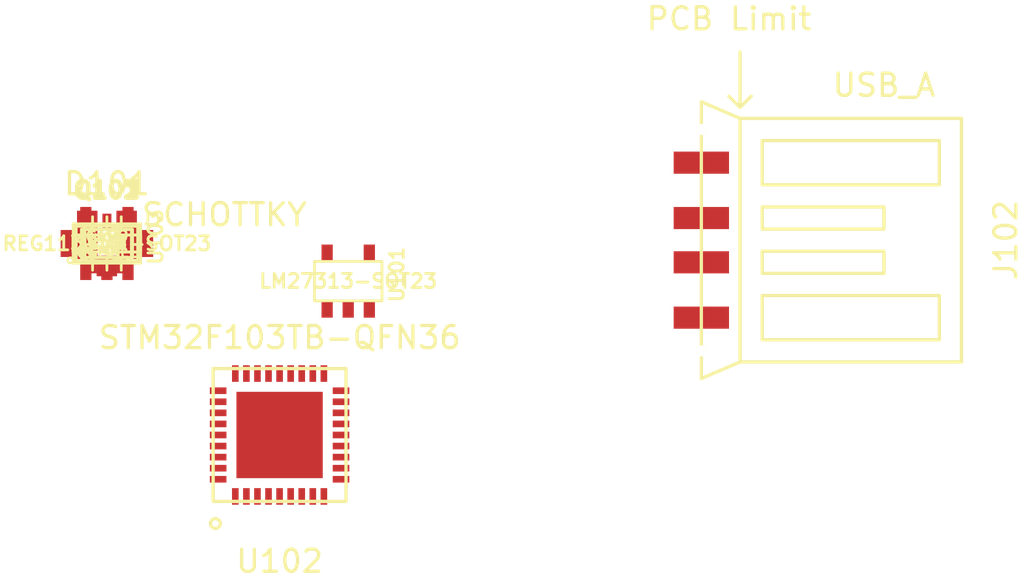
<source format=kicad_pcb>
(kicad_pcb (version 3) (host pcbnew "(2013-07-07 BZR 4022)-stable")

  (general
    (links 59)
    (no_connects 39)
    (area 0 0 0 0)
    (thickness 1.6)
    (drawings 0)
    (tracks 0)
    (zones 0)
    (modules 28)
    (nets 21)
  )

  (page A3)
  (layers
    (15 Dessus.Cu signal)
    (0 Dessous.Cu signal)
    (16 Dessous.Adhes user)
    (17 Dessus.Adhes user)
    (18 Dessous.Pate user)
    (19 Dessus.Pate user)
    (20 Dessous.SilkS user)
    (21 Dessus.SilkS user)
    (22 Dessous.Masque user)
    (23 Dessus.Masque user)
    (24 Dessin.User user)
    (25 Cmts.User user)
    (26 Eco1.User user)
    (27 Eco2.User user)
    (28 Contours.Ci user)
  )

  (setup
    (last_trace_width 0.254)
    (trace_clearance 0.254)
    (zone_clearance 0.508)
    (zone_45_only no)
    (trace_min 0.254)
    (segment_width 0.2)
    (edge_width 0.1)
    (via_size 0.889)
    (via_drill 0.635)
    (via_min_size 0.889)
    (via_min_drill 0.508)
    (uvia_size 0.508)
    (uvia_drill 0.127)
    (uvias_allowed no)
    (uvia_min_size 0.508)
    (uvia_min_drill 0.127)
    (pcb_text_width 0.3)
    (pcb_text_size 1.5 1.5)
    (mod_edge_width 0.15)
    (mod_text_size 1 1)
    (mod_text_width 0.15)
    (pad_size 0.5 0.5)
    (pad_drill 0.5)
    (pad_to_mask_clearance 0)
    (aux_axis_origin 0 0)
    (visible_elements 7FFFFFFF)
    (pcbplotparams
      (layerselection 3178497)
      (usegerberextensions true)
      (excludeedgelayer true)
      (linewidth 0.150000)
      (plotframeref false)
      (viasonmask false)
      (mode 1)
      (useauxorigin false)
      (hpglpennumber 1)
      (hpglpenspeed 20)
      (hpglpendiameter 15)
      (hpglpenoverlay 2)
      (psnegative false)
      (psa4output false)
      (plotreference true)
      (plotvalue true)
      (plotothertext true)
      (plotinvisibletext false)
      (padsonsilk false)
      (subtractmaskfromsilk false)
      (outputformat 1)
      (mirror false)
      (drillshape 1)
      (scaleselection 1)
      (outputdirectory ""))
  )

  (net 0 "")
  (net 1 +3.3V)
  (net 2 +5V)
  (net 3 /DM)
  (net 4 /DP)
  (net 5 /RNG_OUT)
  (net 6 /TCK)
  (net 7 /TDI)
  (net 8 /TDO)
  (net 9 /TMS)
  (net 10 GND)
  (net 11 N-0000010)
  (net 12 N-0000015)
  (net 13 N-0000018)
  (net 14 N-0000019)
  (net 15 N-000004)
  (net 16 N-0000040)
  (net 17 N-0000041)
  (net 18 N-0000042)
  (net 19 N-0000043)
  (net 20 N-0000045)

  (net_class Default "Ceci est la Netclass par défaut"
    (clearance 0.254)
    (trace_width 0.254)
    (via_dia 0.889)
    (via_drill 0.635)
    (uvia_dia 0.508)
    (uvia_drill 0.127)
    (add_net "")
    (add_net +3.3V)
    (add_net +5V)
    (add_net /DM)
    (add_net /DP)
    (add_net /RNG_OUT)
    (add_net /TCK)
    (add_net /TDI)
    (add_net /TDO)
    (add_net /TMS)
    (add_net GND)
    (add_net N-0000010)
    (add_net N-0000015)
    (add_net N-0000018)
    (add_net N-0000019)
    (add_net N-000004)
    (add_net N-0000040)
    (add_net N-0000041)
    (add_net N-0000042)
    (add_net N-0000043)
    (add_net N-0000045)
  )

  (module SOT23EBC (layer Dessus.Cu) (tedit 3F980186) (tstamp 54D6A0F3)
    (at 0 0)
    (descr "Module CMS SOT23 Transistore EBC")
    (tags "CMS SOT")
    (path /54D2444C)
    (attr smd)
    (fp_text reference Q101 (at 0 -2.413) (layer Dessus.SilkS)
      (effects (font (size 0.762 0.762) (thickness 0.2032)))
    )
    (fp_text value NPN (at 0 0) (layer Dessus.SilkS) hide
      (effects (font (size 0.762 0.762) (thickness 0.2032)))
    )
    (fp_line (start -1.524 -0.381) (end 1.524 -0.381) (layer Dessus.SilkS) (width 0.127))
    (fp_line (start 1.524 -0.381) (end 1.524 0.381) (layer Dessus.SilkS) (width 0.127))
    (fp_line (start 1.524 0.381) (end -1.524 0.381) (layer Dessus.SilkS) (width 0.127))
    (fp_line (start -1.524 0.381) (end -1.524 -0.381) (layer Dessus.SilkS) (width 0.127))
    (pad 1 smd rect (at -0.889 -1.016) (size 0.9144 0.9144)
      (layers Dessus.Cu Dessus.Pate Dessus.Masque)
      (net 16 N-0000040)
    )
    (pad 2 smd rect (at 0.889 -1.016) (size 0.9144 0.9144)
      (layers Dessus.Cu Dessus.Pate Dessus.Masque)
      (net 20 N-0000045)
    )
    (pad 3 smd rect (at 0 1.016) (size 0.9144 0.9144)
      (layers Dessus.Cu Dessus.Pate Dessus.Masque)
    )
    (model smd/cms_sot23.wrl
      (at (xyz 0 0 0))
      (scale (xyz 0.13 0.15 0.15))
      (rotate (xyz 0 0 0))
    )
  )

  (module SOT23EBC (layer Dessus.Cu) (tedit 3F980186) (tstamp 54D6A0FE)
    (at 0 0)
    (descr "Module CMS SOT23 Transistore EBC")
    (tags "CMS SOT")
    (path /54D2447C)
    (attr smd)
    (fp_text reference Q102 (at 0 -2.413) (layer Dessus.SilkS)
      (effects (font (size 0.762 0.762) (thickness 0.2032)))
    )
    (fp_text value NPN (at 0 0) (layer Dessus.SilkS) hide
      (effects (font (size 0.762 0.762) (thickness 0.2032)))
    )
    (fp_line (start -1.524 -0.381) (end 1.524 -0.381) (layer Dessus.SilkS) (width 0.127))
    (fp_line (start 1.524 -0.381) (end 1.524 0.381) (layer Dessus.SilkS) (width 0.127))
    (fp_line (start 1.524 0.381) (end -1.524 0.381) (layer Dessus.SilkS) (width 0.127))
    (fp_line (start -1.524 0.381) (end -1.524 -0.381) (layer Dessus.SilkS) (width 0.127))
    (pad 1 smd rect (at -0.889 -1.016) (size 0.9144 0.9144)
      (layers Dessus.Cu Dessus.Pate Dessus.Masque)
      (net 10 GND)
    )
    (pad 2 smd rect (at 0.889 -1.016) (size 0.9144 0.9144)
      (layers Dessus.Cu Dessus.Pate Dessus.Masque)
      (net 20 N-0000045)
    )
    (pad 3 smd rect (at 0 1.016) (size 0.9144 0.9144)
      (layers Dessus.Cu Dessus.Pate Dessus.Masque)
      (net 16 N-0000040)
    )
    (model smd/cms_sot23.wrl
      (at (xyz 0 0 0))
      (scale (xyz 0.13 0.15 0.15))
      (rotate (xyz 0 0 0))
    )
  )

  (module SOT23EBC (layer Dessus.Cu) (tedit 3F980186) (tstamp 54D6A109)
    (at 0 0)
    (descr "Module CMS SOT23 Transistore EBC")
    (tags "CMS SOT")
    (path /54D24706)
    (attr smd)
    (fp_text reference Q103 (at 0 -2.413) (layer Dessus.SilkS)
      (effects (font (size 0.762 0.762) (thickness 0.2032)))
    )
    (fp_text value NPN (at 0 0) (layer Dessus.SilkS) hide
      (effects (font (size 0.762 0.762) (thickness 0.2032)))
    )
    (fp_line (start -1.524 -0.381) (end 1.524 -0.381) (layer Dessus.SilkS) (width 0.127))
    (fp_line (start 1.524 -0.381) (end 1.524 0.381) (layer Dessus.SilkS) (width 0.127))
    (fp_line (start 1.524 0.381) (end -1.524 0.381) (layer Dessus.SilkS) (width 0.127))
    (fp_line (start -1.524 0.381) (end -1.524 -0.381) (layer Dessus.SilkS) (width 0.127))
    (pad 1 smd rect (at -0.889 -1.016) (size 0.9144 0.9144)
      (layers Dessus.Cu Dessus.Pate Dessus.Masque)
      (net 10 GND)
    )
    (pad 2 smd rect (at 0.889 -1.016) (size 0.9144 0.9144)
      (layers Dessus.Cu Dessus.Pate Dessus.Masque)
      (net 17 N-0000041)
    )
    (pad 3 smd rect (at 0 1.016) (size 0.9144 0.9144)
      (layers Dessus.Cu Dessus.Pate Dessus.Masque)
      (net 5 /RNG_OUT)
    )
    (model smd/cms_sot23.wrl
      (at (xyz 0 0 0))
      (scale (xyz 0.13 0.15 0.15))
      (rotate (xyz 0 0 0))
    )
  )

  (module SOT23-5 (layer Dessus.Cu) (tedit 4ECF78EF) (tstamp 54D6A116)
    (at 10.9 1.7)
    (path /54D1DE3F)
    (attr smd)
    (fp_text reference U101 (at 2.19964 -0.29972 90) (layer Dessus.SilkS)
      (effects (font (size 0.635 0.635) (thickness 0.127)))
    )
    (fp_text value LM27313-SOT23 (at 0 0) (layer Dessus.SilkS)
      (effects (font (size 0.635 0.635) (thickness 0.127)))
    )
    (fp_line (start 1.524 -0.889) (end 1.524 0.889) (layer Dessus.SilkS) (width 0.127))
    (fp_line (start 1.524 0.889) (end -1.524 0.889) (layer Dessus.SilkS) (width 0.127))
    (fp_line (start -1.524 0.889) (end -1.524 -0.889) (layer Dessus.SilkS) (width 0.127))
    (fp_line (start -1.524 -0.889) (end 1.524 -0.889) (layer Dessus.SilkS) (width 0.127))
    (pad 1 smd rect (at -0.9525 1.27) (size 0.508 0.762)
      (layers Dessus.Cu Dessus.Pate Dessus.Masque)
      (net 19 N-0000043)
    )
    (pad 3 smd rect (at 0.9525 1.27) (size 0.508 0.762)
      (layers Dessus.Cu Dessus.Pate Dessus.Masque)
      (net 18 N-0000042)
    )
    (pad 5 smd rect (at -0.9525 -1.27) (size 0.508 0.762)
      (layers Dessus.Cu Dessus.Pate Dessus.Masque)
      (net 2 +5V)
    )
    (pad 2 smd rect (at 0 1.27) (size 0.508 0.762)
      (layers Dessus.Cu Dessus.Pate Dessus.Masque)
      (net 10 GND)
    )
    (pad 4 smd rect (at 0.9525 -1.27) (size 0.508 0.762)
      (layers Dessus.Cu Dessus.Pate Dessus.Masque)
      (net 13 N-0000018)
    )
    (model smd/SOT23_5.wrl
      (at (xyz 0 0 0))
      (scale (xyz 0.1 0.1 0.1))
      (rotate (xyz 0 0 0))
    )
  )

  (module SOT23-5 (layer Dessus.Cu) (tedit 4ECF78EF) (tstamp 54D6A123)
    (at 0 0)
    (path /54D1DFBE)
    (attr smd)
    (fp_text reference U103 (at 2.19964 -0.29972 90) (layer Dessus.SilkS)
      (effects (font (size 0.635 0.635) (thickness 0.127)))
    )
    (fp_text value REG113-XX-SOT23 (at 0 0) (layer Dessus.SilkS)
      (effects (font (size 0.635 0.635) (thickness 0.127)))
    )
    (fp_line (start 1.524 -0.889) (end 1.524 0.889) (layer Dessus.SilkS) (width 0.127))
    (fp_line (start 1.524 0.889) (end -1.524 0.889) (layer Dessus.SilkS) (width 0.127))
    (fp_line (start -1.524 0.889) (end -1.524 -0.889) (layer Dessus.SilkS) (width 0.127))
    (fp_line (start -1.524 -0.889) (end 1.524 -0.889) (layer Dessus.SilkS) (width 0.127))
    (pad 1 smd rect (at -0.9525 1.27) (size 0.508 0.762)
      (layers Dessus.Cu Dessus.Pate Dessus.Masque)
      (net 2 +5V)
    )
    (pad 3 smd rect (at 0.9525 1.27) (size 0.508 0.762)
      (layers Dessus.Cu Dessus.Pate Dessus.Masque)
      (net 2 +5V)
    )
    (pad 5 smd rect (at -0.9525 -1.27) (size 0.508 0.762)
      (layers Dessus.Cu Dessus.Pate Dessus.Masque)
      (net 1 +3.3V)
    )
    (pad 2 smd rect (at 0 1.27) (size 0.508 0.762)
      (layers Dessus.Cu Dessus.Pate Dessus.Masque)
      (net 10 GND)
    )
    (pad 4 smd rect (at 0.9525 -1.27) (size 0.508 0.762)
      (layers Dessus.Cu Dessus.Pate Dessus.Masque)
      (net 12 N-0000015)
    )
    (model smd/SOT23_5.wrl
      (at (xyz 0 0 0))
      (scale (xyz 0.1 0.1 0.1))
      (rotate (xyz 0 0 0))
    )
  )

  (module SM0805 (layer Dessus.Cu) (tedit 5091495C) (tstamp 54D6A130)
    (at 0 0)
    (path /54D69F0C)
    (attr smd)
    (fp_text reference C109 (at 0 -0.3175) (layer Dessus.SilkS)
      (effects (font (size 0.50038 0.50038) (thickness 0.10922)))
    )
    (fp_text value CSMALL (at 0 0.381) (layer Dessus.SilkS)
      (effects (font (size 0.50038 0.50038) (thickness 0.10922)))
    )
    (fp_circle (center -1.651 0.762) (end -1.651 0.635) (layer Dessus.SilkS) (width 0.09906))
    (fp_line (start -0.508 0.762) (end -1.524 0.762) (layer Dessus.SilkS) (width 0.09906))
    (fp_line (start -1.524 0.762) (end -1.524 -0.762) (layer Dessus.SilkS) (width 0.09906))
    (fp_line (start -1.524 -0.762) (end -0.508 -0.762) (layer Dessus.SilkS) (width 0.09906))
    (fp_line (start 0.508 -0.762) (end 1.524 -0.762) (layer Dessus.SilkS) (width 0.09906))
    (fp_line (start 1.524 -0.762) (end 1.524 0.762) (layer Dessus.SilkS) (width 0.09906))
    (fp_line (start 1.524 0.762) (end 0.508 0.762) (layer Dessus.SilkS) (width 0.09906))
    (pad 1 smd rect (at -0.9525 0) (size 0.889 1.397)
      (layers Dessus.Cu Dessus.Pate Dessus.Masque)
      (net 10 GND)
    )
    (pad 2 smd rect (at 0.9525 0) (size 0.889 1.397)
      (layers Dessus.Cu Dessus.Pate Dessus.Masque)
      (net 2 +5V)
    )
    (model smd/chip_cms.wrl
      (at (xyz 0 0 0))
      (scale (xyz 0.1 0.1 0.1))
      (rotate (xyz 0 0 0))
    )
  )

  (module SM0603 (layer Dessus.Cu) (tedit 4E43A3D1) (tstamp 54D6A13A)
    (at 0 0)
    (path /54D24690)
    (attr smd)
    (fp_text reference C105 (at 0 0) (layer Dessus.SilkS)
      (effects (font (size 0.508 0.4572) (thickness 0.1143)))
    )
    (fp_text value CSMALL (at 0 0) (layer Dessus.SilkS) hide
      (effects (font (size 0.508 0.4572) (thickness 0.1143)))
    )
    (fp_line (start -1.143 -0.635) (end 1.143 -0.635) (layer Dessus.SilkS) (width 0.127))
    (fp_line (start 1.143 -0.635) (end 1.143 0.635) (layer Dessus.SilkS) (width 0.127))
    (fp_line (start 1.143 0.635) (end -1.143 0.635) (layer Dessus.SilkS) (width 0.127))
    (fp_line (start -1.143 0.635) (end -1.143 -0.635) (layer Dessus.SilkS) (width 0.127))
    (pad 1 smd rect (at -0.762 0) (size 0.635 1.143)
      (layers Dessus.Cu Dessus.Pate Dessus.Masque)
      (net 16 N-0000040)
    )
    (pad 2 smd rect (at 0.762 0) (size 0.635 1.143)
      (layers Dessus.Cu Dessus.Pate Dessus.Masque)
      (net 17 N-0000041)
    )
    (model smd\resistors\R0603.wrl
      (at (xyz 0 0 0.001))
      (scale (xyz 0.5 0.5 0.5))
      (rotate (xyz 0 0 0))
    )
  )

  (module SM0603 (layer Dessus.Cu) (tedit 4E43A3D1) (tstamp 54D6A144)
    (at 0 0)
    (path /54D6892F)
    (attr smd)
    (fp_text reference C108 (at 0 0) (layer Dessus.SilkS)
      (effects (font (size 0.508 0.4572) (thickness 0.1143)))
    )
    (fp_text value 0.1u (at 0 0) (layer Dessus.SilkS) hide
      (effects (font (size 0.508 0.4572) (thickness 0.1143)))
    )
    (fp_line (start -1.143 -0.635) (end 1.143 -0.635) (layer Dessus.SilkS) (width 0.127))
    (fp_line (start 1.143 -0.635) (end 1.143 0.635) (layer Dessus.SilkS) (width 0.127))
    (fp_line (start 1.143 0.635) (end -1.143 0.635) (layer Dessus.SilkS) (width 0.127))
    (fp_line (start -1.143 0.635) (end -1.143 -0.635) (layer Dessus.SilkS) (width 0.127))
    (pad 1 smd rect (at -0.762 0) (size 0.635 1.143)
      (layers Dessus.Cu Dessus.Pate Dessus.Masque)
      (net 1 +3.3V)
    )
    (pad 2 smd rect (at 0.762 0) (size 0.635 1.143)
      (layers Dessus.Cu Dessus.Pate Dessus.Masque)
      (net 10 GND)
    )
    (model smd\resistors\R0603.wrl
      (at (xyz 0 0 0.001))
      (scale (xyz 0.5 0.5 0.5))
      (rotate (xyz 0 0 0))
    )
  )

  (module SM0603 (layer Dessus.Cu) (tedit 4E43A3D1) (tstamp 54D6A14E)
    (at 0 0)
    (path /54D68920)
    (attr smd)
    (fp_text reference C107 (at 0 0) (layer Dessus.SilkS)
      (effects (font (size 0.508 0.4572) (thickness 0.1143)))
    )
    (fp_text value 0.01u (at 0 0) (layer Dessus.SilkS) hide
      (effects (font (size 0.508 0.4572) (thickness 0.1143)))
    )
    (fp_line (start -1.143 -0.635) (end 1.143 -0.635) (layer Dessus.SilkS) (width 0.127))
    (fp_line (start 1.143 -0.635) (end 1.143 0.635) (layer Dessus.SilkS) (width 0.127))
    (fp_line (start 1.143 0.635) (end -1.143 0.635) (layer Dessus.SilkS) (width 0.127))
    (fp_line (start -1.143 0.635) (end -1.143 -0.635) (layer Dessus.SilkS) (width 0.127))
    (pad 1 smd rect (at -0.762 0) (size 0.635 1.143)
      (layers Dessus.Cu Dessus.Pate Dessus.Masque)
      (net 12 N-0000015)
    )
    (pad 2 smd rect (at 0.762 0) (size 0.635 1.143)
      (layers Dessus.Cu Dessus.Pate Dessus.Masque)
      (net 10 GND)
    )
    (model smd\resistors\R0603.wrl
      (at (xyz 0 0 0.001))
      (scale (xyz 0.5 0.5 0.5))
      (rotate (xyz 0 0 0))
    )
  )

  (module SM0603 (layer Dessus.Cu) (tedit 4E43A3D1) (tstamp 54D6A158)
    (at 0 0)
    (path /54D6876E)
    (attr smd)
    (fp_text reference C106 (at 0 0) (layer Dessus.SilkS)
      (effects (font (size 0.508 0.4572) (thickness 0.1143)))
    )
    (fp_text value 0.1u (at 0 0) (layer Dessus.SilkS) hide
      (effects (font (size 0.508 0.4572) (thickness 0.1143)))
    )
    (fp_line (start -1.143 -0.635) (end 1.143 -0.635) (layer Dessus.SilkS) (width 0.127))
    (fp_line (start 1.143 -0.635) (end 1.143 0.635) (layer Dessus.SilkS) (width 0.127))
    (fp_line (start 1.143 0.635) (end -1.143 0.635) (layer Dessus.SilkS) (width 0.127))
    (fp_line (start -1.143 0.635) (end -1.143 -0.635) (layer Dessus.SilkS) (width 0.127))
    (pad 1 smd rect (at -0.762 0) (size 0.635 1.143)
      (layers Dessus.Cu Dessus.Pate Dessus.Masque)
      (net 2 +5V)
    )
    (pad 2 smd rect (at 0.762 0) (size 0.635 1.143)
      (layers Dessus.Cu Dessus.Pate Dessus.Masque)
      (net 10 GND)
    )
    (model smd\resistors\R0603.wrl
      (at (xyz 0 0 0.001))
      (scale (xyz 0.5 0.5 0.5))
      (rotate (xyz 0 0 0))
    )
  )

  (module SM0603 (layer Dessus.Cu) (tedit 4E43A3D1) (tstamp 54D6A162)
    (at 0 0)
    (path /54D681AF)
    (attr smd)
    (fp_text reference R108 (at 0 0) (layer Dessus.SilkS)
      (effects (font (size 0.508 0.4572) (thickness 0.1143)))
    )
    (fp_text value RES_0603 (at 0 0) (layer Dessus.SilkS) hide
      (effects (font (size 0.508 0.4572) (thickness 0.1143)))
    )
    (fp_line (start -1.143 -0.635) (end 1.143 -0.635) (layer Dessus.SilkS) (width 0.127))
    (fp_line (start 1.143 -0.635) (end 1.143 0.635) (layer Dessus.SilkS) (width 0.127))
    (fp_line (start 1.143 0.635) (end -1.143 0.635) (layer Dessus.SilkS) (width 0.127))
    (fp_line (start -1.143 0.635) (end -1.143 -0.635) (layer Dessus.SilkS) (width 0.127))
    (pad 1 smd rect (at -0.762 0) (size 0.635 1.143)
      (layers Dessus.Cu Dessus.Pate Dessus.Masque)
    )
    (pad 2 smd rect (at 0.762 0) (size 0.635 1.143)
      (layers Dessus.Cu Dessus.Pate Dessus.Masque)
      (net 4 /DP)
    )
    (model smd\resistors\R0603.wrl
      (at (xyz 0 0 0.001))
      (scale (xyz 0.5 0.5 0.5))
      (rotate (xyz 0 0 0))
    )
  )

  (module SM0603 (layer Dessus.Cu) (tedit 4E43A3D1) (tstamp 54D6A16C)
    (at 0 0)
    (path /54D68031)
    (attr smd)
    (fp_text reference R110 (at 0 0) (layer Dessus.SilkS)
      (effects (font (size 0.508 0.4572) (thickness 0.1143)))
    )
    (fp_text value RES_0603 (at 0 0) (layer Dessus.SilkS) hide
      (effects (font (size 0.508 0.4572) (thickness 0.1143)))
    )
    (fp_line (start -1.143 -0.635) (end 1.143 -0.635) (layer Dessus.SilkS) (width 0.127))
    (fp_line (start 1.143 -0.635) (end 1.143 0.635) (layer Dessus.SilkS) (width 0.127))
    (fp_line (start 1.143 0.635) (end -1.143 0.635) (layer Dessus.SilkS) (width 0.127))
    (fp_line (start -1.143 0.635) (end -1.143 -0.635) (layer Dessus.SilkS) (width 0.127))
    (pad 1 smd rect (at -0.762 0) (size 0.635 1.143)
      (layers Dessus.Cu Dessus.Pate Dessus.Masque)
      (net 4 /DP)
    )
    (pad 2 smd rect (at 0.762 0) (size 0.635 1.143)
      (layers Dessus.Cu Dessus.Pate Dessus.Masque)
      (net 15 N-000004)
    )
    (model smd\resistors\R0603.wrl
      (at (xyz 0 0 0.001))
      (scale (xyz 0.5 0.5 0.5))
      (rotate (xyz 0 0 0))
    )
  )

  (module SM0603 (layer Dessus.Cu) (tedit 4E43A3D1) (tstamp 54D6A176)
    (at 0 0)
    (path /54D67F35)
    (attr smd)
    (fp_text reference R109 (at 0 0) (layer Dessus.SilkS)
      (effects (font (size 0.508 0.4572) (thickness 0.1143)))
    )
    (fp_text value RES_0603 (at 0 0) (layer Dessus.SilkS) hide
      (effects (font (size 0.508 0.4572) (thickness 0.1143)))
    )
    (fp_line (start -1.143 -0.635) (end 1.143 -0.635) (layer Dessus.SilkS) (width 0.127))
    (fp_line (start 1.143 -0.635) (end 1.143 0.635) (layer Dessus.SilkS) (width 0.127))
    (fp_line (start 1.143 0.635) (end -1.143 0.635) (layer Dessus.SilkS) (width 0.127))
    (fp_line (start -1.143 0.635) (end -1.143 -0.635) (layer Dessus.SilkS) (width 0.127))
    (pad 1 smd rect (at -0.762 0) (size 0.635 1.143)
      (layers Dessus.Cu Dessus.Pate Dessus.Masque)
      (net 3 /DM)
    )
    (pad 2 smd rect (at 0.762 0) (size 0.635 1.143)
      (layers Dessus.Cu Dessus.Pate Dessus.Masque)
      (net 11 N-0000010)
    )
    (model smd\resistors\R0603.wrl
      (at (xyz 0 0 0.001))
      (scale (xyz 0.5 0.5 0.5))
      (rotate (xyz 0 0 0))
    )
  )

  (module SM0603 (layer Dessus.Cu) (tedit 4E43A3D1) (tstamp 54D6A180)
    (at 0 0)
    (path /54D2485B)
    (attr smd)
    (fp_text reference R107 (at 0 0) (layer Dessus.SilkS)
      (effects (font (size 0.508 0.4572) (thickness 0.1143)))
    )
    (fp_text value RES_0603 (at 0 0) (layer Dessus.SilkS) hide
      (effects (font (size 0.508 0.4572) (thickness 0.1143)))
    )
    (fp_line (start -1.143 -0.635) (end 1.143 -0.635) (layer Dessus.SilkS) (width 0.127))
    (fp_line (start 1.143 -0.635) (end 1.143 0.635) (layer Dessus.SilkS) (width 0.127))
    (fp_line (start 1.143 0.635) (end -1.143 0.635) (layer Dessus.SilkS) (width 0.127))
    (fp_line (start -1.143 0.635) (end -1.143 -0.635) (layer Dessus.SilkS) (width 0.127))
    (pad 1 smd rect (at -0.762 0) (size 0.635 1.143)
      (layers Dessus.Cu Dessus.Pate Dessus.Masque)
      (net 5 /RNG_OUT)
    )
    (pad 2 smd rect (at 0.762 0) (size 0.635 1.143)
      (layers Dessus.Cu Dessus.Pate Dessus.Masque)
      (net 14 N-0000019)
    )
    (model smd\resistors\R0603.wrl
      (at (xyz 0 0 0.001))
      (scale (xyz 0.5 0.5 0.5))
      (rotate (xyz 0 0 0))
    )
  )

  (module SM0603 (layer Dessus.Cu) (tedit 4E43A3D1) (tstamp 54D6A18A)
    (at 0 0)
    (path /54D246E8)
    (attr smd)
    (fp_text reference R106 (at 0 0) (layer Dessus.SilkS)
      (effects (font (size 0.508 0.4572) (thickness 0.1143)))
    )
    (fp_text value RES_0603 (at 0 0) (layer Dessus.SilkS) hide
      (effects (font (size 0.508 0.4572) (thickness 0.1143)))
    )
    (fp_line (start -1.143 -0.635) (end 1.143 -0.635) (layer Dessus.SilkS) (width 0.127))
    (fp_line (start 1.143 -0.635) (end 1.143 0.635) (layer Dessus.SilkS) (width 0.127))
    (fp_line (start 1.143 0.635) (end -1.143 0.635) (layer Dessus.SilkS) (width 0.127))
    (fp_line (start -1.143 0.635) (end -1.143 -0.635) (layer Dessus.SilkS) (width 0.127))
    (pad 1 smd rect (at -0.762 0) (size 0.635 1.143)
      (layers Dessus.Cu Dessus.Pate Dessus.Masque)
      (net 10 GND)
    )
    (pad 2 smd rect (at 0.762 0) (size 0.635 1.143)
      (layers Dessus.Cu Dessus.Pate Dessus.Masque)
      (net 17 N-0000041)
    )
    (model smd\resistors\R0603.wrl
      (at (xyz 0 0 0.001))
      (scale (xyz 0.5 0.5 0.5))
      (rotate (xyz 0 0 0))
    )
  )

  (module SM0603 (layer Dessus.Cu) (tedit 4E43A3D1) (tstamp 54D6A194)
    (at 0 0)
    (path /54D246CD)
    (attr smd)
    (fp_text reference R105 (at 0 0) (layer Dessus.SilkS)
      (effects (font (size 0.508 0.4572) (thickness 0.1143)))
    )
    (fp_text value RES_0603 (at 0 0) (layer Dessus.SilkS) hide
      (effects (font (size 0.508 0.4572) (thickness 0.1143)))
    )
    (fp_line (start -1.143 -0.635) (end 1.143 -0.635) (layer Dessus.SilkS) (width 0.127))
    (fp_line (start 1.143 -0.635) (end 1.143 0.635) (layer Dessus.SilkS) (width 0.127))
    (fp_line (start 1.143 0.635) (end -1.143 0.635) (layer Dessus.SilkS) (width 0.127))
    (fp_line (start -1.143 0.635) (end -1.143 -0.635) (layer Dessus.SilkS) (width 0.127))
    (pad 1 smd rect (at -0.762 0) (size 0.635 1.143)
      (layers Dessus.Cu Dessus.Pate Dessus.Masque)
      (net 17 N-0000041)
    )
    (pad 2 smd rect (at 0.762 0) (size 0.635 1.143)
      (layers Dessus.Cu Dessus.Pate Dessus.Masque)
      (net 14 N-0000019)
    )
    (model smd\resistors\R0603.wrl
      (at (xyz 0 0 0.001))
      (scale (xyz 0.5 0.5 0.5))
      (rotate (xyz 0 0 0))
    )
  )

  (module SM0603 (layer Dessus.Cu) (tedit 4E43A3D1) (tstamp 54D6A19E)
    (at 0 0)
    (path /54D2456D)
    (attr smd)
    (fp_text reference C104 (at 0 0) (layer Dessus.SilkS)
      (effects (font (size 0.508 0.4572) (thickness 0.1143)))
    )
    (fp_text value 1u (at 0 0) (layer Dessus.SilkS) hide
      (effects (font (size 0.508 0.4572) (thickness 0.1143)))
    )
    (fp_line (start -1.143 -0.635) (end 1.143 -0.635) (layer Dessus.SilkS) (width 0.127))
    (fp_line (start 1.143 -0.635) (end 1.143 0.635) (layer Dessus.SilkS) (width 0.127))
    (fp_line (start 1.143 0.635) (end -1.143 0.635) (layer Dessus.SilkS) (width 0.127))
    (fp_line (start -1.143 0.635) (end -1.143 -0.635) (layer Dessus.SilkS) (width 0.127))
    (pad 1 smd rect (at -0.762 0) (size 0.635 1.143)
      (layers Dessus.Cu Dessus.Pate Dessus.Masque)
      (net 14 N-0000019)
    )
    (pad 2 smd rect (at 0.762 0) (size 0.635 1.143)
      (layers Dessus.Cu Dessus.Pate Dessus.Masque)
      (net 10 GND)
    )
    (model smd\resistors\R0603.wrl
      (at (xyz 0 0 0.001))
      (scale (xyz 0.5 0.5 0.5))
      (rotate (xyz 0 0 0))
    )
  )

  (module SM0603 (layer Dessus.Cu) (tedit 4E43A3D1) (tstamp 54D6A1A8)
    (at 0 0)
    (path /54D244CF)
    (attr smd)
    (fp_text reference R104 (at 0 0) (layer Dessus.SilkS)
      (effects (font (size 0.508 0.4572) (thickness 0.1143)))
    )
    (fp_text value RES_0603 (at 0 0) (layer Dessus.SilkS) hide
      (effects (font (size 0.508 0.4572) (thickness 0.1143)))
    )
    (fp_line (start -1.143 -0.635) (end 1.143 -0.635) (layer Dessus.SilkS) (width 0.127))
    (fp_line (start 1.143 -0.635) (end 1.143 0.635) (layer Dessus.SilkS) (width 0.127))
    (fp_line (start 1.143 0.635) (end -1.143 0.635) (layer Dessus.SilkS) (width 0.127))
    (fp_line (start -1.143 0.635) (end -1.143 -0.635) (layer Dessus.SilkS) (width 0.127))
    (pad 1 smd rect (at -0.762 0) (size 0.635 1.143)
      (layers Dessus.Cu Dessus.Pate Dessus.Masque)
      (net 16 N-0000040)
    )
    (pad 2 smd rect (at 0.762 0) (size 0.635 1.143)
      (layers Dessus.Cu Dessus.Pate Dessus.Masque)
      (net 14 N-0000019)
    )
    (model smd\resistors\R0603.wrl
      (at (xyz 0 0 0.001))
      (scale (xyz 0.5 0.5 0.5))
      (rotate (xyz 0 0 0))
    )
  )

  (module SM0603 (layer Dessus.Cu) (tedit 4E43A3D1) (tstamp 54D6A1B2)
    (at 0 0)
    (path /54D22894)
    (attr smd)
    (fp_text reference C103 (at 0 0) (layer Dessus.SilkS)
      (effects (font (size 0.508 0.4572) (thickness 0.1143)))
    )
    (fp_text value CSMALL (at 0 0) (layer Dessus.SilkS) hide
      (effects (font (size 0.508 0.4572) (thickness 0.1143)))
    )
    (fp_line (start -1.143 -0.635) (end 1.143 -0.635) (layer Dessus.SilkS) (width 0.127))
    (fp_line (start 1.143 -0.635) (end 1.143 0.635) (layer Dessus.SilkS) (width 0.127))
    (fp_line (start 1.143 0.635) (end -1.143 0.635) (layer Dessus.SilkS) (width 0.127))
    (fp_line (start -1.143 0.635) (end -1.143 -0.635) (layer Dessus.SilkS) (width 0.127))
    (pad 1 smd rect (at -0.762 0) (size 0.635 1.143)
      (layers Dessus.Cu Dessus.Pate Dessus.Masque)
      (net 14 N-0000019)
    )
    (pad 2 smd rect (at 0.762 0) (size 0.635 1.143)
      (layers Dessus.Cu Dessus.Pate Dessus.Masque)
      (net 10 GND)
    )
    (model smd\resistors\R0603.wrl
      (at (xyz 0 0 0.001))
      (scale (xyz 0.5 0.5 0.5))
      (rotate (xyz 0 0 0))
    )
  )

  (module SM0603 (layer Dessus.Cu) (tedit 4E43A3D1) (tstamp 54D6A1BC)
    (at 0 0)
    (path /54D22885)
    (attr smd)
    (fp_text reference C102 (at 0 0) (layer Dessus.SilkS)
      (effects (font (size 0.508 0.4572) (thickness 0.1143)))
    )
    (fp_text value CSMALL (at 0 0) (layer Dessus.SilkS) hide
      (effects (font (size 0.508 0.4572) (thickness 0.1143)))
    )
    (fp_line (start -1.143 -0.635) (end 1.143 -0.635) (layer Dessus.SilkS) (width 0.127))
    (fp_line (start 1.143 -0.635) (end 1.143 0.635) (layer Dessus.SilkS) (width 0.127))
    (fp_line (start 1.143 0.635) (end -1.143 0.635) (layer Dessus.SilkS) (width 0.127))
    (fp_line (start -1.143 0.635) (end -1.143 -0.635) (layer Dessus.SilkS) (width 0.127))
    (pad 1 smd rect (at -0.762 0) (size 0.635 1.143)
      (layers Dessus.Cu Dessus.Pate Dessus.Masque)
      (net 18 N-0000042)
    )
    (pad 2 smd rect (at 0.762 0) (size 0.635 1.143)
      (layers Dessus.Cu Dessus.Pate Dessus.Masque)
      (net 14 N-0000019)
    )
    (model smd\resistors\R0603.wrl
      (at (xyz 0 0 0.001))
      (scale (xyz 0.5 0.5 0.5))
      (rotate (xyz 0 0 0))
    )
  )

  (module SM0603 (layer Dessus.Cu) (tedit 4E43A3D1) (tstamp 54D6A1C6)
    (at 0 0)
    (path /54D2285D)
    (attr smd)
    (fp_text reference R102 (at 0 0) (layer Dessus.SilkS)
      (effects (font (size 0.508 0.4572) (thickness 0.1143)))
    )
    (fp_text value RES_0603 (at 0 0) (layer Dessus.SilkS) hide
      (effects (font (size 0.508 0.4572) (thickness 0.1143)))
    )
    (fp_line (start -1.143 -0.635) (end 1.143 -0.635) (layer Dessus.SilkS) (width 0.127))
    (fp_line (start 1.143 -0.635) (end 1.143 0.635) (layer Dessus.SilkS) (width 0.127))
    (fp_line (start 1.143 0.635) (end -1.143 0.635) (layer Dessus.SilkS) (width 0.127))
    (fp_line (start -1.143 0.635) (end -1.143 -0.635) (layer Dessus.SilkS) (width 0.127))
    (pad 1 smd rect (at -0.762 0) (size 0.635 1.143)
      (layers Dessus.Cu Dessus.Pate Dessus.Masque)
      (net 10 GND)
    )
    (pad 2 smd rect (at 0.762 0) (size 0.635 1.143)
      (layers Dessus.Cu Dessus.Pate Dessus.Masque)
      (net 18 N-0000042)
    )
    (model smd\resistors\R0603.wrl
      (at (xyz 0 0 0.001))
      (scale (xyz 0.5 0.5 0.5))
      (rotate (xyz 0 0 0))
    )
  )

  (module SM0603 (layer Dessus.Cu) (tedit 4E43A3D1) (tstamp 54D6A1D0)
    (at 0 0)
    (path /54D2284E)
    (attr smd)
    (fp_text reference R103 (at 0 0) (layer Dessus.SilkS)
      (effects (font (size 0.508 0.4572) (thickness 0.1143)))
    )
    (fp_text value RES_0603 (at 0 0) (layer Dessus.SilkS) hide
      (effects (font (size 0.508 0.4572) (thickness 0.1143)))
    )
    (fp_line (start -1.143 -0.635) (end 1.143 -0.635) (layer Dessus.SilkS) (width 0.127))
    (fp_line (start 1.143 -0.635) (end 1.143 0.635) (layer Dessus.SilkS) (width 0.127))
    (fp_line (start 1.143 0.635) (end -1.143 0.635) (layer Dessus.SilkS) (width 0.127))
    (fp_line (start -1.143 0.635) (end -1.143 -0.635) (layer Dessus.SilkS) (width 0.127))
    (pad 1 smd rect (at -0.762 0) (size 0.635 1.143)
      (layers Dessus.Cu Dessus.Pate Dessus.Masque)
      (net 18 N-0000042)
    )
    (pad 2 smd rect (at 0.762 0) (size 0.635 1.143)
      (layers Dessus.Cu Dessus.Pate Dessus.Masque)
      (net 14 N-0000019)
    )
    (model smd\resistors\R0603.wrl
      (at (xyz 0 0 0.001))
      (scale (xyz 0.5 0.5 0.5))
      (rotate (xyz 0 0 0))
    )
  )

  (module SM0603 (layer Dessus.Cu) (tedit 4E43A3D1) (tstamp 54D6A1DA)
    (at 0 0)
    (path /54D1E0FD)
    (attr smd)
    (fp_text reference C101 (at 0 0) (layer Dessus.SilkS)
      (effects (font (size 0.508 0.4572) (thickness 0.1143)))
    )
    (fp_text value CSMALL (at 0 0) (layer Dessus.SilkS) hide
      (effects (font (size 0.508 0.4572) (thickness 0.1143)))
    )
    (fp_line (start -1.143 -0.635) (end 1.143 -0.635) (layer Dessus.SilkS) (width 0.127))
    (fp_line (start 1.143 -0.635) (end 1.143 0.635) (layer Dessus.SilkS) (width 0.127))
    (fp_line (start 1.143 0.635) (end -1.143 0.635) (layer Dessus.SilkS) (width 0.127))
    (fp_line (start -1.143 0.635) (end -1.143 -0.635) (layer Dessus.SilkS) (width 0.127))
    (pad 1 smd rect (at -0.762 0) (size 0.635 1.143)
      (layers Dessus.Cu Dessus.Pate Dessus.Masque)
      (net 10 GND)
    )
    (pad 2 smd rect (at 0.762 0) (size 0.635 1.143)
      (layers Dessus.Cu Dessus.Pate Dessus.Masque)
      (net 2 +5V)
    )
    (model smd\resistors\R0603.wrl
      (at (xyz 0 0 0.001))
      (scale (xyz 0.5 0.5 0.5))
      (rotate (xyz 0 0 0))
    )
  )

  (module SM0603 (layer Dessus.Cu) (tedit 4E43A3D1) (tstamp 54D6A1E4)
    (at 0 0)
    (path /54D1E0AA)
    (attr smd)
    (fp_text reference R101 (at 0 0) (layer Dessus.SilkS)
      (effects (font (size 0.508 0.4572) (thickness 0.1143)))
    )
    (fp_text value 51k (at 0 0) (layer Dessus.SilkS) hide
      (effects (font (size 0.508 0.4572) (thickness 0.1143)))
    )
    (fp_line (start -1.143 -0.635) (end 1.143 -0.635) (layer Dessus.SilkS) (width 0.127))
    (fp_line (start 1.143 -0.635) (end 1.143 0.635) (layer Dessus.SilkS) (width 0.127))
    (fp_line (start 1.143 0.635) (end -1.143 0.635) (layer Dessus.SilkS) (width 0.127))
    (fp_line (start -1.143 0.635) (end -1.143 -0.635) (layer Dessus.SilkS) (width 0.127))
    (pad 1 smd rect (at -0.762 0) (size 0.635 1.143)
      (layers Dessus.Cu Dessus.Pate Dessus.Masque)
      (net 13 N-0000018)
    )
    (pad 2 smd rect (at 0.762 0) (size 0.635 1.143)
      (layers Dessus.Cu Dessus.Pate Dessus.Masque)
      (net 2 +5V)
    )
    (model smd\resistors\R0603.wrl
      (at (xyz 0 0 0.001))
      (scale (xyz 0.5 0.5 0.5))
      (rotate (xyz 0 0 0))
    )
  )

  (module sc70-6 (layer Dessus.Cu) (tedit 490474FF) (tstamp 54D6A1FA)
    (at 0 0)
    (descr SC70-6)
    (path /54D67712)
    (attr smd)
    (fp_text reference U104 (at 0 -0.2794) (layer Dessus.SilkS)
      (effects (font (size 0.29972 0.29972) (thickness 0.06096)))
    )
    (fp_text value TPD4E1U06-SC70 (at 0 0.3556) (layer Dessus.SilkS) hide
      (effects (font (size 0.29972 0.29972) (thickness 0.06096)))
    )
    (fp_line (start 0 -0.6477) (end 0 -1.2065) (layer Dessus.SilkS) (width 0.127))
    (fp_line (start -0.4445 0.6477) (end -1.1049 -0.0127) (layer Dessus.SilkS) (width 0.127))
    (fp_line (start -0.5969 0.6477) (end -1.1049 0.1524) (layer Dessus.SilkS) (width 0.127))
    (fp_line (start 0.6477 -0.6477) (end 0.6477 -1.2065) (layer Dessus.SilkS) (width 0.127))
    (fp_line (start -0.6477 -0.6477) (end -0.6477 -1.2065) (layer Dessus.SilkS) (width 0.127))
    (fp_line (start 0 0.6477) (end 0 1.2065) (layer Dessus.SilkS) (width 0.127))
    (fp_line (start 0.6477 0.6477) (end 0.6477 1.2065) (layer Dessus.SilkS) (width 0.127))
    (fp_line (start -0.6477 0.6477) (end -0.6477 1.2065) (layer Dessus.SilkS) (width 0.127))
    (fp_line (start -1.1049 -0.6477) (end 1.1049 -0.6477) (layer Dessus.SilkS) (width 0.127))
    (fp_line (start 1.1049 -0.6477) (end 1.1049 0.6477) (layer Dessus.SilkS) (width 0.127))
    (fp_line (start 1.1049 0.6477) (end -1.1049 0.6477) (layer Dessus.SilkS) (width 0.127))
    (fp_line (start -1.1049 0.6477) (end -1.1049 -0.6477) (layer Dessus.SilkS) (width 0.127))
    (pad 1 smd rect (at -0.6604 1.016) (size 0.4064 0.6604)
      (layers Dessus.Cu Dessus.Pate Dessus.Masque)
      (net 2 +5V)
    )
    (pad 3 smd rect (at 0.6604 1.016) (size 0.4064 0.6604)
      (layers Dessus.Cu Dessus.Pate Dessus.Masque)
    )
    (pad 2 smd rect (at 0 1.016) (size 0.4064 0.6604)
      (layers Dessus.Cu Dessus.Pate Dessus.Masque)
      (net 10 GND)
    )
    (pad 4 smd rect (at 0.6604 -1.016) (size 0.4064 0.6604)
      (layers Dessus.Cu Dessus.Pate Dessus.Masque)
      (net 15 N-000004)
    )
    (pad 6 smd rect (at -0.6604 -1.016) (size 0.4064 0.6604)
      (layers Dessus.Cu Dessus.Pate Dessus.Masque)
      (net 11 N-0000010)
    )
    (pad 5 smd rect (at 0 -1.016) (size 0.4064 0.6604)
      (layers Dessus.Cu Dessus.Pate Dessus.Masque)
    )
    (model smd/smd_transistors/sc70-6.wrl
      (at (xyz 0 0 0))
      (scale (xyz 1 1 1))
      (rotate (xyz 0 0 0))
    )
  )

  (module QFN36_6x6_0.5mm (layer Dessus.Cu) (tedit 54D6AEA3) (tstamp 54D6B128)
    (at 7.8 8.65)
    (path /54D09291)
    (fp_text reference U102 (at 0 5.7) (layer Dessus.SilkS)
      (effects (font (size 1 1) (thickness 0.15)))
    )
    (fp_text value STM32F103TB-QFN36 (at 0 -4.4) (layer Dessus.SilkS)
      (effects (font (size 1 1) (thickness 0.15)))
    )
    (fp_circle (center -2.9 4) (end -2.8 4.2) (layer Dessus.SilkS) (width 0.15))
    (fp_line (start -3 -3) (end 3 -3) (layer Dessus.SilkS) (width 0.15))
    (fp_line (start 3 -3) (end 3 3) (layer Dessus.SilkS) (width 0.15))
    (fp_line (start 3 3) (end -3 3) (layer Dessus.SilkS) (width 0.15))
    (fp_line (start -3 3) (end -3 -3) (layer Dessus.SilkS) (width 0.15))
    (pad 1 smd rect (at -2 2.775) (size 0.3 0.75)
      (layers Dessus.Cu Dessus.Pate Dessus.Masque)
      (net 1 +3.3V)
    )
    (pad 2 smd rect (at -1.5 2.775) (size 0.3 0.75)
      (layers Dessus.Cu Dessus.Pate Dessus.Masque)
    )
    (pad 3 smd rect (at -1 2.775) (size 0.3 0.75)
      (layers Dessus.Cu Dessus.Pate Dessus.Masque)
    )
    (pad 4 smd rect (at -0.5 2.775) (size 0.3 0.75)
      (layers Dessus.Cu Dessus.Pate Dessus.Masque)
    )
    (pad 5 smd rect (at 0 2.775) (size 0.3 0.75)
      (layers Dessus.Cu Dessus.Pate Dessus.Masque)
      (net 10 GND)
    )
    (pad 6 smd rect (at 0.5 2.775) (size 0.3 0.75)
      (layers Dessus.Cu Dessus.Pate Dessus.Masque)
      (net 1 +3.3V)
    )
    (pad 7 smd rect (at 1 2.775) (size 0.3 0.75)
      (layers Dessus.Cu Dessus.Pate Dessus.Masque)
    )
    (pad 8 smd rect (at 1.5 2.775) (size 0.3 0.75)
      (layers Dessus.Cu Dessus.Pate Dessus.Masque)
      (net 5 /RNG_OUT)
    )
    (pad 9 smd rect (at 2 2.775) (size 0.3 0.75)
      (layers Dessus.Cu Dessus.Pate Dessus.Masque)
    )
    (pad 10 smd rect (at 2.775 2) (size 0.75 0.3)
      (layers Dessus.Cu Dessus.Pate Dessus.Masque)
    )
    (pad 11 smd rect (at 2.775 1.5) (size 0.75 0.3)
      (layers Dessus.Cu Dessus.Pate Dessus.Masque)
    )
    (pad 12 smd rect (at 2.775 1) (size 0.75 0.3)
      (layers Dessus.Cu Dessus.Pate Dessus.Masque)
    )
    (pad 13 smd rect (at 2.775 0.5) (size 0.75 0.3)
      (layers Dessus.Cu Dessus.Pate Dessus.Masque)
    )
    (pad 14 smd rect (at 2.775 0) (size 0.75 0.3)
      (layers Dessus.Cu Dessus.Pate Dessus.Masque)
    )
    (pad 15 smd rect (at 2.775 -0.5) (size 0.75 0.3)
      (layers Dessus.Cu Dessus.Pate Dessus.Masque)
    )
    (pad 16 smd rect (at 2.775 -1) (size 0.75 0.3)
      (layers Dessus.Cu Dessus.Pate Dessus.Masque)
    )
    (pad 17 smd rect (at 2.775 -1.5) (size 0.75 0.3)
      (layers Dessus.Cu Dessus.Pate Dessus.Masque)
    )
    (pad 18 smd rect (at 2.775 -2) (size 0.75 0.3)
      (layers Dessus.Cu Dessus.Pate Dessus.Masque)
      (net 10 GND)
    )
    (pad 19 smd rect (at 2 -2.775) (size 0.3 0.75)
      (layers Dessus.Cu Dessus.Pate Dessus.Masque)
      (net 1 +3.3V)
    )
    (pad 20 smd rect (at 1.5 -2.775) (size 0.3 0.75)
      (layers Dessus.Cu Dessus.Pate Dessus.Masque)
    )
    (pad 21 smd rect (at 1 -2.775) (size 0.3 0.75)
      (layers Dessus.Cu Dessus.Pate Dessus.Masque)
    )
    (pad 22 smd rect (at 0.5 -2.775) (size 0.3 0.75)
      (layers Dessus.Cu Dessus.Pate Dessus.Masque)
    )
    (pad 23 smd rect (at 0 -2.775) (size 0.3 0.75)
      (layers Dessus.Cu Dessus.Pate Dessus.Masque)
      (net 3 /DM)
    )
    (pad 24 smd rect (at -0.5 -2.775) (size 0.3 0.75)
      (layers Dessus.Cu Dessus.Pate Dessus.Masque)
      (net 4 /DP)
    )
    (pad 25 smd rect (at -1 -2.775) (size 0.3 0.75)
      (layers Dessus.Cu Dessus.Pate Dessus.Masque)
      (net 9 /TMS)
    )
    (pad 26 smd rect (at -1.5 -2.775) (size 0.3 0.75)
      (layers Dessus.Cu Dessus.Pate Dessus.Masque)
      (net 10 GND)
    )
    (pad 27 smd rect (at -2 -2.775) (size 0.3 0.75)
      (layers Dessus.Cu Dessus.Pate Dessus.Masque)
      (net 1 +3.3V)
    )
    (pad 28 smd rect (at -2.775 -2) (size 0.75 0.3)
      (layers Dessus.Cu Dessus.Pate Dessus.Masque)
      (net 6 /TCK)
    )
    (pad 29 smd rect (at -2.775 -1.5) (size 0.75 0.3)
      (layers Dessus.Cu Dessus.Pate Dessus.Masque)
      (net 7 /TDI)
    )
    (pad 30 smd rect (at -2.775 -1) (size 0.75 0.3)
      (layers Dessus.Cu Dessus.Pate Dessus.Masque)
      (net 8 /TDO)
    )
    (pad 31 smd rect (at -2.775 -0.5) (size 0.75 0.3)
      (layers Dessus.Cu Dessus.Pate Dessus.Masque)
    )
    (pad 32 smd rect (at -2.775 0) (size 0.75 0.3)
      (layers Dessus.Cu Dessus.Pate Dessus.Masque)
    )
    (pad 33 smd rect (at -2.775 0.5) (size 0.75 0.3)
      (layers Dessus.Cu Dessus.Pate Dessus.Masque)
    )
    (pad 34 smd rect (at -2.775 1) (size 0.75 0.3)
      (layers Dessus.Cu Dessus.Pate Dessus.Masque)
    )
    (pad 35 smd rect (at -2.775 1.5) (size 0.75 0.3)
      (layers Dessus.Cu Dessus.Pate Dessus.Masque)
    )
    (pad 36 smd rect (at -2.775 2) (size 0.75 0.3)
      (layers Dessus.Cu Dessus.Pate Dessus.Masque)
      (net 10 GND)
    )
    (pad 37 smd rect (at 0 0) (size 3.9 3.9)
      (layers Dessus.Cu Dessus.Pate Dessus.Masque)
    )
  )

  (module SOD-123 (layer Dessus.Cu) (tedit 54D7552F) (tstamp 54D75833)
    (at 0 0)
    (path /54D22833)
    (fp_text reference D101 (at 0 -2.7) (layer Dessus.SilkS)
      (effects (font (size 1 1) (thickness 0.15)))
    )
    (fp_text value SCHOTTKY (at 5.3 -1.3) (layer Dessus.SilkS)
      (effects (font (size 1 1) (thickness 0.15)))
    )
    (fp_line (start -0.7 0) (end 0.5 -0.8) (layer Dessus.SilkS) (width 0.15))
    (fp_line (start 0.5 -0.8) (end 0.5 0.8) (layer Dessus.SilkS) (width 0.15))
    (fp_line (start 0.5 0.8) (end -0.7 0) (layer Dessus.SilkS) (width 0.15))
    (fp_line (start -1 -0.8) (end -1 0.8) (layer Dessus.SilkS) (width 0.15))
    (fp_line (start -0.7 -0.8) (end -0.7 0.8) (layer Dessus.SilkS) (width 0.15))
    (fp_line (start -1.4 -0.8) (end 1.4 -0.8) (layer Dessus.SilkS) (width 0.15))
    (fp_line (start 1.4 -0.8) (end 1.4 0.8) (layer Dessus.SilkS) (width 0.15))
    (fp_line (start 1.4 0.8) (end -1.4 0.8) (layer Dessus.SilkS) (width 0.15))
    (fp_line (start -1.4 0.8) (end -1.4 -0.8) (layer Dessus.SilkS) (width 0.15))
    (pad 1 smd rect (at -1.635 0) (size 0.91 1.22)
      (layers Dessus.Cu Dessus.Pate Dessus.Masque)
    )
    (pad 2 smd rect (at 1.635 0) (size 0.91 1.22)
      (layers Dessus.Cu Dessus.Pate Dessus.Masque)
    )
  )

  (module USB_A_KEY (layer Dessus.Cu) (tedit 54D76E4D) (tstamp 54D772E8)
    (at 28.6 -0.15)
    (path /54D64133)
    (fp_text reference J102 (at 12 0 90) (layer Dessus.SilkS)
      (effects (font (size 1 1) (thickness 0.15)))
    )
    (fp_text value USB_A (at 6.5 -7) (layer Dessus.SilkS)
      (effects (font (size 1 1) (thickness 0.15)))
    )
    (fp_line (start -1.75 -6.25) (end -1.75 6.25) (layer Dessus.SilkS) (width 0.15))
    (fp_line (start 0 5.5) (end -1.75 6.25) (layer Dessus.SilkS) (width 0.15))
    (fp_line (start 0 -5.5) (end -1.75 -6.25) (layer Dessus.SilkS) (width 0.15))
    (fp_text user "PCB Limit" (at -0.5 -10) (layer Dessus.SilkS)
      (effects (font (size 1 1) (thickness 0.15)))
    )
    (fp_line (start 0 -6) (end -0.5 -6.5) (layer Dessus.SilkS) (width 0.15))
    (fp_line (start 0 -8.5) (end 0 -6) (layer Dessus.SilkS) (width 0.15))
    (fp_line (start 0 -6) (end 0.5 -6.5) (layer Dessus.SilkS) (width 0.15))
    (fp_line (start 1 2.5) (end 9 2.5) (layer Dessus.SilkS) (width 0.15))
    (fp_line (start 9 2.5) (end 9 4.5) (layer Dessus.SilkS) (width 0.15))
    (fp_line (start 9 4.5) (end 1 4.5) (layer Dessus.SilkS) (width 0.15))
    (fp_line (start 1 4.5) (end 1 2.5) (layer Dessus.SilkS) (width 0.15))
    (fp_line (start 1 0.5) (end 6.5 0.5) (layer Dessus.SilkS) (width 0.15))
    (fp_line (start 6.5 0.5) (end 6.5 1.5) (layer Dessus.SilkS) (width 0.15))
    (fp_line (start 6.5 1.5) (end 1 1.5) (layer Dessus.SilkS) (width 0.15))
    (fp_line (start 1 1.5) (end 1 0.5) (layer Dessus.SilkS) (width 0.15))
    (fp_line (start 1 -1.5) (end 6.5 -1.5) (layer Dessus.SilkS) (width 0.15))
    (fp_line (start 6.5 -1.5) (end 6.5 -0.5) (layer Dessus.SilkS) (width 0.15))
    (fp_line (start 6.5 -0.5) (end 1 -0.5) (layer Dessus.SilkS) (width 0.15))
    (fp_line (start 1 -0.5) (end 1 -1.5) (layer Dessus.SilkS) (width 0.15))
    (fp_line (start 1 -4.5) (end 1 -2.5) (layer Dessus.SilkS) (width 0.15))
    (fp_line (start 1 -2.5) (end 9 -2.5) (layer Dessus.SilkS) (width 0.15))
    (fp_line (start 9 -2.5) (end 9 -4.5) (layer Dessus.SilkS) (width 0.15))
    (fp_line (start 9 -4.5) (end 1 -4.5) (layer Dessus.SilkS) (width 0.15))
    (fp_line (start 0 -5.5) (end 0 5.5) (layer Dessus.SilkS) (width 0.15))
    (fp_line (start 0 5.5) (end 10 5.5) (layer Dessus.SilkS) (width 0.15))
    (fp_line (start 10 5.5) (end 10 -5.5) (layer Dessus.SilkS) (width 0.15))
    (fp_line (start 10 -5.5) (end 0 -5.5) (layer Dessus.SilkS) (width 0.15))
    (pad 2 smd rect (at -1.75 -1) (size 2.5 1)
      (layers Dessus.Cu Dessus.Pate Dessus.Masque)
      (net 11 N-0000010)
    )
    (pad 1 smd rect (at -1.75 -3.5) (size 2.5 1)
      (layers Dessus.Cu Dessus.Pate Dessus.Masque)
      (net 2 +5V)
    )
    (pad 3 smd rect (at -1.75 1) (size 2.5 1)
      (layers Dessus.Cu Dessus.Pate Dessus.Masque)
      (net 15 N-000004)
    )
    (pad 4 smd rect (at -1.75 3.5) (size 2.5 1)
      (layers Dessus.Cu Dessus.Pate Dessus.Masque)
      (net 10 GND)
    )
    (pad "" np_thru_hole circle (at -1.75 -5) (size 0.5 0.5) (drill 0.5)
      (layers *.Cu *.Mask Dessus.SilkS)
    )
    (pad 1 np_thru_hole circle (at -1.75 5) (size 0.5 0.5) (drill 0.5)
      (layers *.Cu *.Mask Dessus.SilkS)
      (net 2 +5V)
    )
  )

)

</source>
